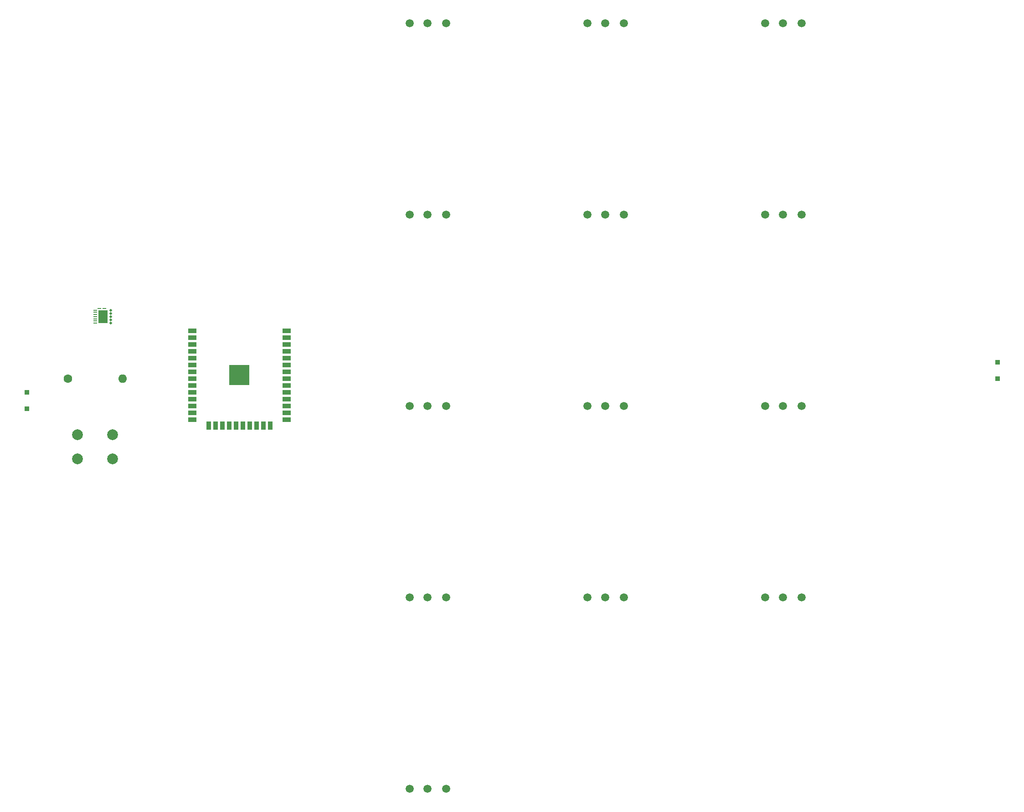
<source format=gbr>
%TF.GenerationSoftware,KiCad,Pcbnew,7.0.7-7.0.7~ubuntu20.04.1*%
%TF.CreationDate,2023-12-04T12:54:59-03:00*%
%TF.ProjectId,EA075,45413037-352e-46b6-9963-61645f706362,rev?*%
%TF.SameCoordinates,Original*%
%TF.FileFunction,Soldermask,Top*%
%TF.FilePolarity,Negative*%
%FSLAX46Y46*%
G04 Gerber Fmt 4.6, Leading zero omitted, Abs format (unit mm)*
G04 Created by KiCad (PCBNEW 7.0.7-7.0.7~ubuntu20.04.1) date 2023-12-04 12:54:59*
%MOMM*%
%LPD*%
G01*
G04 APERTURE LIST*
%ADD10R,0.700000X0.250000*%
%ADD11C,0.500000*%
%ADD12R,1.780000X2.350000*%
%ADD13R,0.850000X0.850000*%
%ADD14R,3.800000X3.800000*%
%ADD15R,1.500000X0.900000*%
%ADD16R,0.900000X1.500000*%
%ADD17C,1.500000*%
%ADD18C,2.000000*%
%ADD19O,1.600000X1.600000*%
%ADD20C,1.600000*%
G04 APERTURE END LIST*
D10*
%TO.C,U2*%
X69710000Y-96520000D03*
X69710000Y-96920000D03*
X69710000Y-97320000D03*
X69710000Y-97720000D03*
D11*
X72660000Y-97120000D03*
X72660000Y-98320000D03*
X72660000Y-96520000D03*
D10*
X71485000Y-96220000D03*
X69710000Y-98920000D03*
D11*
X72660000Y-98920000D03*
D10*
X69710000Y-98120000D03*
X70485000Y-96220000D03*
X69710000Y-98520000D03*
D11*
X72660000Y-97720000D03*
D12*
X71185000Y-97720000D03*
%TD*%
D13*
%TO.C,J4*%
X57010000Y-114810000D03*
%TD*%
%TO.C,J3*%
X57010000Y-111760000D03*
%TD*%
D14*
%TO.C,U1*%
X96520000Y-108585000D03*
D15*
X105270000Y-100330000D03*
X105270000Y-101600000D03*
X105270000Y-102870000D03*
X105270000Y-104140000D03*
X105270000Y-105410000D03*
X105270000Y-106680000D03*
X105270000Y-107950000D03*
X105270000Y-109220000D03*
X105270000Y-110490000D03*
X105270000Y-111760000D03*
X105270000Y-113030000D03*
X105270000Y-114300000D03*
X105270000Y-115570000D03*
X105270000Y-116840000D03*
D16*
X102235000Y-117935000D03*
X100965000Y-117935000D03*
X99695000Y-117935000D03*
X98425000Y-117935000D03*
X97155000Y-117935000D03*
X95885000Y-117935000D03*
X94615000Y-117935000D03*
X93345000Y-117935000D03*
X92075000Y-117935000D03*
X90805000Y-117935000D03*
D15*
X87770000Y-116840000D03*
X87770000Y-115570000D03*
X87770000Y-114300000D03*
X87770000Y-113030000D03*
X87770000Y-111760000D03*
X87770000Y-110490000D03*
X87770000Y-109220000D03*
X87770000Y-107950000D03*
X87770000Y-106680000D03*
X87770000Y-105410000D03*
X87770000Y-104140000D03*
X87770000Y-102870000D03*
X87770000Y-101600000D03*
X87770000Y-100330000D03*
%TD*%
D17*
%TO.C,M13*%
X134920000Y-185420000D03*
X131470000Y-185420000D03*
X128130000Y-185420000D03*
%TD*%
%TO.C,M11*%
X167940000Y-149860000D03*
X164490000Y-149860000D03*
X161150000Y-149860000D03*
%TD*%
%TO.C,M1*%
X134920000Y-43180000D03*
X131470000Y-43180000D03*
X128130000Y-43180000D03*
%TD*%
%TO.C,M10*%
X134920000Y-149860000D03*
X131470000Y-149860000D03*
X128130000Y-149860000D03*
%TD*%
%TO.C,M2*%
X167940000Y-43180000D03*
X164490000Y-43180000D03*
X161150000Y-43180000D03*
%TD*%
D13*
%TO.C,J1*%
X237350000Y-106170000D03*
%TD*%
D17*
%TO.C,M12*%
X200960000Y-149860000D03*
X197510000Y-149860000D03*
X194170000Y-149860000D03*
%TD*%
D18*
%TO.C,SW2*%
X72960000Y-124170000D03*
X66460000Y-124170000D03*
X72960000Y-119670000D03*
X66460000Y-119670000D03*
%TD*%
D17*
%TO.C,M5*%
X167940000Y-78740000D03*
X164490000Y-78740000D03*
X161150000Y-78740000D03*
%TD*%
%TO.C,M4*%
X134920000Y-78740000D03*
X131470000Y-78740000D03*
X128130000Y-78740000D03*
%TD*%
D19*
%TO.C,R1*%
X74790000Y-109220000D03*
D20*
X64630000Y-109220000D03*
%TD*%
D17*
%TO.C,M3*%
X200960000Y-43180000D03*
X197510000Y-43180000D03*
X194170000Y-43180000D03*
%TD*%
%TO.C,M6*%
X200960000Y-78740000D03*
X197510000Y-78740000D03*
X194170000Y-78740000D03*
%TD*%
%TO.C,M9*%
X200960000Y-114300000D03*
X197510000Y-114300000D03*
X194170000Y-114300000D03*
%TD*%
%TO.C,M7*%
X134920000Y-114300000D03*
X131470000Y-114300000D03*
X128130000Y-114300000D03*
%TD*%
%TO.C,M8*%
X167940000Y-114300000D03*
X164490000Y-114300000D03*
X161150000Y-114300000D03*
%TD*%
D13*
%TO.C,J2*%
X237350000Y-109220000D03*
%TD*%
M02*

</source>
